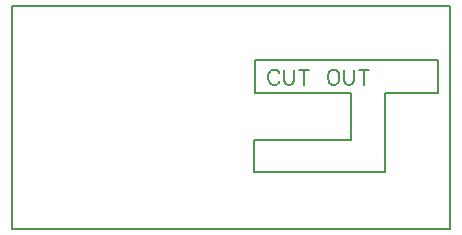
<source format=gbr>
G04 DipTrace 2.4.0.2*
%INBoardOutline.gbr*%
%MOIN*%
%ADD16C,0.005*%
%ADD51C,0.0077*%
%FSLAX44Y44*%
G04*
G70*
G90*
G75*
G01*
%LNTopAssy*%
%LPD*%
X5212Y13722D2*
D16*
X19822D1*
Y6292D1*
X5212D1*
Y13722D1*
X13312Y11902D2*
Y10812D1*
X16522D1*
Y9262D1*
X13302D1*
Y8182D1*
X17652D1*
Y10822D1*
X19422D1*
Y11902D1*
X13312D1*
X14128Y11474D2*
D51*
X14104Y11522D1*
X14056Y11570D1*
X14009Y11594D1*
X13913D1*
X13865Y11570D1*
X13818Y11522D1*
X13793Y11474D1*
X13770Y11402D1*
Y11282D1*
X13793Y11211D1*
X13818Y11163D1*
X13865Y11116D1*
X13913Y11091D1*
X14009D1*
X14056Y11116D1*
X14104Y11163D1*
X14128Y11211D1*
X14283Y11594D2*
Y11235D1*
X14306Y11163D1*
X14354Y11116D1*
X14426Y11091D1*
X14474D1*
X14546Y11116D1*
X14594Y11163D1*
X14618Y11235D1*
Y11594D1*
X14939D2*
Y11091D1*
X14772Y11594D2*
X15107D1*
X15891D2*
X15843Y11570D1*
X15795Y11522D1*
X15771Y11474D1*
X15747Y11402D1*
Y11282D1*
X15771Y11211D1*
X15795Y11163D1*
X15843Y11116D1*
X15891Y11091D1*
X15987D1*
X16034Y11116D1*
X16082Y11163D1*
X16106Y11211D1*
X16130Y11282D1*
Y11402D1*
X16106Y11474D1*
X16082Y11522D1*
X16034Y11570D1*
X15987Y11594D1*
X15891D1*
X16284D2*
Y11235D1*
X16308Y11163D1*
X16356Y11116D1*
X16428Y11091D1*
X16475D1*
X16547Y11116D1*
X16595Y11163D1*
X16619Y11235D1*
Y11594D1*
X16941D2*
Y11091D1*
X16773Y11594D2*
X17108D1*
M02*

</source>
